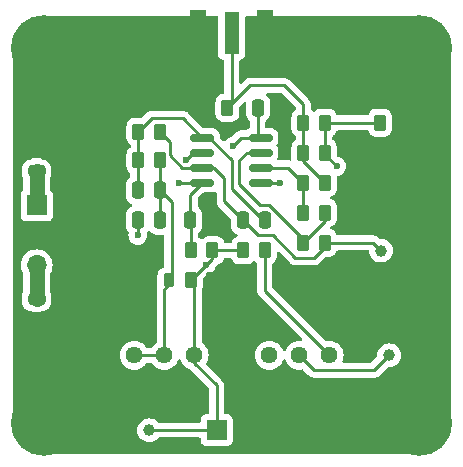
<source format=gbr>
%TF.GenerationSoftware,KiCad,Pcbnew,8.0.0*%
%TF.CreationDate,2024-06-21T14:03:25-04:00*%
%TF.ProjectId,GaN Gate Driver,47614e20-4761-4746-9520-447269766572,v1.0*%
%TF.SameCoordinates,Original*%
%TF.FileFunction,Copper,L1,Top*%
%TF.FilePolarity,Positive*%
%FSLAX46Y46*%
G04 Gerber Fmt 4.6, Leading zero omitted, Abs format (unit mm)*
G04 Created by KiCad (PCBNEW 8.0.0) date 2024-06-21 14:03:25*
%MOMM*%
%LPD*%
G01*
G04 APERTURE LIST*
G04 Aperture macros list*
%AMRoundRect*
0 Rectangle with rounded corners*
0 $1 Rounding radius*
0 $2 $3 $4 $5 $6 $7 $8 $9 X,Y pos of 4 corners*
0 Add a 4 corners polygon primitive as box body*
4,1,4,$2,$3,$4,$5,$6,$7,$8,$9,$2,$3,0*
0 Add four circle primitives for the rounded corners*
1,1,$1+$1,$2,$3*
1,1,$1+$1,$4,$5*
1,1,$1+$1,$6,$7*
1,1,$1+$1,$8,$9*
0 Add four rect primitives between the rounded corners*
20,1,$1+$1,$2,$3,$4,$5,0*
20,1,$1+$1,$4,$5,$6,$7,0*
20,1,$1+$1,$6,$7,$8,$9,0*
20,1,$1+$1,$8,$9,$2,$3,0*%
G04 Aperture macros list end*
%TA.AperFunction,SMDPad,CuDef*%
%ADD10RoundRect,0.250000X-0.262500X-0.450000X0.262500X-0.450000X0.262500X0.450000X-0.262500X0.450000X0*%
%TD*%
%TA.AperFunction,ComponentPad*%
%ADD11C,1.440000*%
%TD*%
%TA.AperFunction,ComponentPad*%
%ADD12R,1.700000X1.700000*%
%TD*%
%TA.AperFunction,ComponentPad*%
%ADD13O,1.700000X1.700000*%
%TD*%
%TA.AperFunction,SMDPad,CuDef*%
%ADD14RoundRect,0.250000X0.475000X-0.250000X0.475000X0.250000X-0.475000X0.250000X-0.475000X-0.250000X0*%
%TD*%
%TA.AperFunction,SMDPad,CuDef*%
%ADD15C,1.000000*%
%TD*%
%TA.AperFunction,SMDPad,CuDef*%
%ADD16RoundRect,0.250000X-0.250000X-0.475000X0.250000X-0.475000X0.250000X0.475000X-0.250000X0.475000X0*%
%TD*%
%TA.AperFunction,ComponentPad*%
%ADD17C,5.562600*%
%TD*%
%TA.AperFunction,SMDPad,CuDef*%
%ADD18R,1.270000X3.600000*%
%TD*%
%TA.AperFunction,SMDPad,CuDef*%
%ADD19R,1.350000X4.200000*%
%TD*%
%TA.AperFunction,SMDPad,CuDef*%
%ADD20RoundRect,0.150000X-0.825000X-0.150000X0.825000X-0.150000X0.825000X0.150000X-0.825000X0.150000X0*%
%TD*%
%TA.AperFunction,SMDPad,CuDef*%
%ADD21RoundRect,0.250000X0.262500X0.450000X-0.262500X0.450000X-0.262500X-0.450000X0.262500X-0.450000X0*%
%TD*%
%TA.AperFunction,SMDPad,CuDef*%
%ADD22RoundRect,0.250000X-0.475000X0.250000X-0.475000X-0.250000X0.475000X-0.250000X0.475000X0.250000X0*%
%TD*%
%TA.AperFunction,SMDPad,CuDef*%
%ADD23RoundRect,0.250000X0.250000X0.475000X-0.250000X0.475000X-0.250000X-0.475000X0.250000X-0.475000X0*%
%TD*%
%TA.AperFunction,SMDPad,CuDef*%
%ADD24RoundRect,0.225000X-0.225000X-0.375000X0.225000X-0.375000X0.225000X0.375000X-0.225000X0.375000X0*%
%TD*%
%TA.AperFunction,ViaPad*%
%ADD25C,0.600000*%
%TD*%
%TA.AperFunction,Conductor*%
%ADD26C,0.254000*%
%TD*%
%TA.AperFunction,Conductor*%
%ADD27C,1.270000*%
%TD*%
G04 APERTURE END LIST*
D10*
%TO.P,R10,1*%
%TO.N,Net-(J3-Pin_1)*%
X70842500Y-45720000D03*
%TO.P,R10,2*%
%TO.N,+5V*%
X72667500Y-45720000D03*
%TD*%
D11*
%TO.P,RV1,1,1*%
%TO.N,+5V*%
X78115000Y-54610000D03*
%TO.P,RV1,2,2*%
%TO.N,Net-(U1A--)*%
X75575000Y-54610000D03*
%TO.P,RV1,3,3*%
%TO.N,-5V*%
X73035000Y-54610000D03*
%TD*%
D12*
%TO.P,J2,1,Pin_1*%
%TO.N,+5V*%
X53340000Y-41910000D03*
D13*
%TO.P,J2,2,Pin_2*%
%TO.N,GND*%
X53340000Y-44450000D03*
%TO.P,J2,3,Pin_3*%
%TO.N,-5V*%
X53340000Y-46990000D03*
%TD*%
D14*
%TO.P,C5,1*%
%TO.N,GND*%
X53340000Y-51750000D03*
%TO.P,C5,2*%
%TO.N,-5V*%
X53340000Y-49850000D03*
%TD*%
D15*
%TO.P,TP1,1,1*%
%TO.N,Net-(U1A-+)*%
X82500000Y-45750000D03*
%TD*%
D16*
%TO.P,C6,1*%
%TO.N,+5V*%
X72075000Y-33655000D03*
%TO.P,C6,2*%
%TO.N,GND*%
X73975000Y-33655000D03*
%TD*%
D17*
%TO.P,H1,1,1*%
%TO.N,GND*%
X53975000Y-28575000D03*
%TD*%
D18*
%TO.P,J1,1,In*%
%TO.N,Net-(J1-In)*%
X69850000Y-27322500D03*
D19*
%TO.P,J1,2,Ext*%
%TO.N,GND*%
X72675000Y-27522500D03*
X67025000Y-27522500D03*
%TD*%
D10*
%TO.P,R6,1*%
%TO.N,Net-(U1B--)*%
X75922500Y-42545000D03*
%TO.P,R6,2*%
%TO.N,Net-(R6-Pad2)*%
X77747500Y-42545000D03*
%TD*%
D20*
%TO.P,U1,1*%
%TO.N,Net-(C1-Pad2)*%
X67375000Y-36195000D03*
%TO.P,U1,2,-*%
%TO.N,Net-(U1A--)*%
X67375000Y-37465000D03*
%TO.P,U1,3,+*%
%TO.N,Net-(U1A-+)*%
X67375000Y-38735000D03*
%TO.P,U1,4,V-*%
%TO.N,-5V*%
X67375000Y-40005000D03*
%TO.P,U1,5,+*%
%TO.N,Net-(U1B-+)*%
X72325000Y-40005000D03*
%TO.P,U1,6,-*%
%TO.N,Net-(U1B--)*%
X72325000Y-38735000D03*
%TO.P,U1,7*%
%TO.N,Net-(R6-Pad2)*%
X72325000Y-37465000D03*
%TO.P,U1,8,V+*%
%TO.N,+5V*%
X72325000Y-36195000D03*
%TD*%
D10*
%TO.P,R1,1*%
%TO.N,GND*%
X67667500Y-33655000D03*
%TO.P,R1,2*%
%TO.N,Net-(J1-In)*%
X69492500Y-33655000D03*
%TD*%
D21*
%TO.P,R4,1*%
%TO.N,Net-(J1-In)*%
X77747500Y-40005000D03*
%TO.P,R4,2*%
%TO.N,Net-(U1B--)*%
X75922500Y-40005000D03*
%TD*%
D22*
%TO.P,C4,1*%
%TO.N,GND*%
X53340000Y-37150000D03*
%TO.P,C4,2*%
%TO.N,+5V*%
X53340000Y-39050000D03*
%TD*%
D21*
%TO.P,R5,1*%
%TO.N,GND*%
X84248000Y-34925000D03*
%TO.P,R5,2*%
%TO.N,Net-(U1B-+)*%
X82423000Y-34925000D03*
%TD*%
D10*
%TO.P,R11,1*%
%TO.N,-5V*%
X66397500Y-45720000D03*
%TO.P,R11,2*%
%TO.N,Net-(J3-Pin_1)*%
X68222500Y-45720000D03*
%TD*%
D12*
%TO.P,J3,1,Pin_1*%
%TO.N,Net-(J3-Pin_1)*%
X68580000Y-60935000D03*
D13*
%TO.P,J3,2,Pin_2*%
%TO.N,GND*%
X71120000Y-60935000D03*
%TD*%
D17*
%TO.P,H4,1,1*%
%TO.N,GND*%
X85725000Y-60325000D03*
%TD*%
%TO.P,H2,1,1*%
%TO.N,GND*%
X85725000Y-28575000D03*
%TD*%
D16*
%TO.P,C7,2*%
%TO.N,GND*%
X68260000Y-43180000D03*
%TO.P,C7,1*%
%TO.N,-5V*%
X66360000Y-43180000D03*
%TD*%
D15*
%TO.P,TP2,1,1*%
%TO.N,Net-(U1A--)*%
X83185000Y-54610000D03*
%TD*%
D21*
%TO.P,R12,1*%
%TO.N,GND*%
X68222500Y-48260000D03*
%TO.P,R12,2*%
%TO.N,Net-(J3-Pin_1)*%
X66397500Y-48260000D03*
%TD*%
D16*
%TO.P,C2,1*%
%TO.N,Net-(C1-Pad2)*%
X61915000Y-40640000D03*
%TO.P,C2,2*%
%TO.N,Net-(D1-A)*%
X63815000Y-40640000D03*
%TD*%
D10*
%TO.P,R9,1*%
%TO.N,Net-(C1-Pad2)*%
X61952500Y-38100000D03*
%TO.P,R9,2*%
%TO.N,Net-(D1-A)*%
X63777500Y-38100000D03*
%TD*%
D11*
%TO.P,RV2,1,1*%
%TO.N,Net-(J3-Pin_1)*%
X66685000Y-54610000D03*
%TO.P,RV2,2,2*%
%TO.N,Net-(D1-A)*%
X64145000Y-54610000D03*
%TO.P,RV2,3,3*%
X61605000Y-54610000D03*
%TD*%
D10*
%TO.P,R3,1*%
%TO.N,Net-(J1-In)*%
X75922500Y-37465000D03*
%TO.P,R3,2*%
%TO.N,Net-(U1B-+)*%
X77747500Y-37465000D03*
%TD*%
D15*
%TO.P,TP3,1,1*%
%TO.N,Net-(J3-Pin_1)*%
X62865000Y-60960000D03*
%TD*%
D10*
%TO.P,R2,1*%
%TO.N,Net-(J1-In)*%
X75922500Y-34925000D03*
%TO.P,R2,2*%
%TO.N,Net-(U1B-+)*%
X77747500Y-34925000D03*
%TD*%
D21*
%TO.P,R8,1*%
%TO.N,Net-(U1A-+)*%
X63777500Y-35687000D03*
%TO.P,R8,2*%
%TO.N,Net-(C1-Pad2)*%
X61952500Y-35687000D03*
%TD*%
D23*
%TO.P,C3,1*%
%TO.N,Net-(D1-A)*%
X63815000Y-43180000D03*
%TO.P,C3,2*%
%TO.N,Net-(J3-Pin_1)*%
X61915000Y-43180000D03*
%TD*%
D16*
%TO.P,C1,1*%
%TO.N,Net-(U1A-+)*%
X70805000Y-43180000D03*
%TO.P,C1,2*%
%TO.N,Net-(C1-Pad2)*%
X72705000Y-43180000D03*
%TD*%
D24*
%TO.P,D1,1,K*%
%TO.N,GND*%
X61215000Y-48260000D03*
%TO.P,D1,2,A*%
%TO.N,Net-(D1-A)*%
X64515000Y-48260000D03*
%TD*%
D10*
%TO.P,R7,1*%
%TO.N,Net-(R6-Pad2)*%
X75922500Y-45085000D03*
%TO.P,R7,2*%
%TO.N,Net-(U1A-+)*%
X77747500Y-45085000D03*
%TD*%
D17*
%TO.P,H3,1,1*%
%TO.N,GND*%
X53975000Y-60325000D03*
%TD*%
D25*
%TO.N,GND*%
X80250000Y-38500000D03*
X80250000Y-43750000D03*
X80500000Y-41250000D03*
X68750000Y-31250000D03*
X71250000Y-30500000D03*
X76000000Y-28750000D03*
X64000000Y-28500000D03*
X60000000Y-28000000D03*
X74000000Y-59250000D03*
X62000000Y-59000000D03*
X87500000Y-53250000D03*
X84250000Y-48000000D03*
X52000000Y-36250000D03*
X52000000Y-53000000D03*
X54750000Y-36250000D03*
X54500000Y-53000000D03*
X70000000Y-54000000D03*
X77250000Y-61500000D03*
X57000000Y-54500000D03*
X82000000Y-53250000D03*
X81500000Y-37000000D03*
X84000000Y-39750000D03*
X87250000Y-34000000D03*
X79750000Y-29500000D03*
X76750000Y-31000000D03*
X66750000Y-31500000D03*
X61000000Y-31250000D03*
X56000000Y-34000000D03*
X59750000Y-46250000D03*
X60000000Y-38500000D03*
X55250000Y-42250000D03*
X56750000Y-40750000D03*
X58000000Y-39500000D03*
X74549000Y-52959000D03*
X74422000Y-48641000D03*
X67310000Y-41529000D03*
X68199000Y-41783000D03*
X69469000Y-43180000D03*
X69596000Y-44450000D03*
X67945000Y-34925000D03*
X70739000Y-35052000D03*
%TO.N,Net-(J3-Pin_1)*%
X61915000Y-44450000D03*
X67679250Y-46978250D03*
%TO.N,GND*%
X74295000Y-36830000D03*
X74295000Y-35560000D03*
X57150000Y-49530000D03*
X69850000Y-50165000D03*
%TO.N,-5V*%
X65405000Y-40005000D03*
%TO.N,+5V*%
X69969000Y-36901500D03*
%TO.N,Net-(U1B-+)*%
X78740000Y-38608000D03*
X73914000Y-40005000D03*
%TO.N,Net-(U1A--)*%
X65976500Y-38036500D03*
%TD*%
D26*
%TO.N,Net-(U1A-+)*%
X77747500Y-45085000D02*
X81835000Y-45085000D01*
X81835000Y-45085000D02*
X82500000Y-45750000D01*
%TO.N,Net-(C1-Pad2)*%
X61952500Y-35687000D02*
X61952500Y-38100000D01*
X65724000Y-34544000D02*
X67375000Y-36195000D01*
X61952500Y-35687000D02*
X63095500Y-34544000D01*
%TO.N,Net-(U1A-+)*%
X64617000Y-37693000D02*
X65659000Y-38735000D01*
X64617000Y-36526500D02*
X64617000Y-37693000D01*
X63777500Y-35687000D02*
X64617000Y-36526500D01*
X65659000Y-38735000D02*
X67375000Y-38735000D01*
%TO.N,Net-(C1-Pad2)*%
X63095500Y-34544000D02*
X65724000Y-34544000D01*
%TO.N,Net-(U1A-+)*%
X68349999Y-38735000D02*
X67375000Y-38735000D01*
X72075000Y-44450000D02*
X69215000Y-41590000D01*
X75247500Y-46355000D02*
X73342500Y-44450000D01*
X73342500Y-44450000D02*
X72075000Y-44450000D01*
X77747500Y-45442500D02*
X76835000Y-46355000D01*
X69215000Y-39600001D02*
X68349999Y-38735000D01*
X77747500Y-45085000D02*
X77747500Y-45442500D01*
X76835000Y-46355000D02*
X75247500Y-46355000D01*
X69215000Y-41590000D02*
X69215000Y-39600001D01*
%TO.N,Net-(J3-Pin_1)*%
X61915000Y-44450000D02*
X61915000Y-43180000D01*
X68222500Y-46435000D02*
X68222500Y-45720000D01*
X67679250Y-46978250D02*
X68222500Y-46435000D01*
X66685000Y-47972500D02*
X66685000Y-54610000D01*
X67679250Y-46978250D02*
X66685000Y-47972500D01*
%TO.N,Net-(C1-Pad2)*%
X67945000Y-36195000D02*
X67375000Y-36195000D01*
X69850000Y-40513000D02*
X69850000Y-38100000D01*
X72705000Y-43180000D02*
X72517000Y-43180000D01*
X72517000Y-43180000D02*
X69850000Y-40513000D01*
X69850000Y-38100000D02*
X67945000Y-36195000D01*
%TO.N,+5V*%
X72667500Y-49162500D02*
X72667500Y-45720000D01*
X78115000Y-54610000D02*
X72667500Y-49162500D01*
%TO.N,Net-(J3-Pin_1)*%
X70842500Y-45720000D02*
X68222500Y-45720000D01*
%TO.N,Net-(R6-Pad2)*%
X70485000Y-38100000D02*
X71120000Y-37465000D01*
X71120000Y-37465000D02*
X72325000Y-37465000D01*
X70485000Y-40117184D02*
X70485000Y-38100000D01*
X72277816Y-41910000D02*
X70485000Y-40117184D01*
X73025000Y-41910000D02*
X72277816Y-41910000D01*
X75922500Y-44807500D02*
X73025000Y-41910000D01*
X75922500Y-45085000D02*
X75922500Y-44807500D01*
%TO.N,-5V*%
X66397500Y-45720000D02*
X66397500Y-43217500D01*
X66397500Y-43217500D02*
X66360000Y-43180000D01*
X67375000Y-40005000D02*
X66360000Y-41020000D01*
X66360000Y-41020000D02*
X66360000Y-43180000D01*
%TO.N,Net-(D1-A)*%
X64770000Y-41595000D02*
X63815000Y-40640000D01*
X64770000Y-48005000D02*
X64770000Y-41595000D01*
X64515000Y-48260000D02*
X64770000Y-48005000D01*
%TO.N,Net-(U1A--)*%
X81915000Y-55880000D02*
X83185000Y-54610000D01*
X76845000Y-55880000D02*
X81915000Y-55880000D01*
X75575000Y-54610000D02*
X76845000Y-55880000D01*
%TO.N,+5V*%
X70675500Y-36195000D02*
X72325000Y-36195000D01*
X69969000Y-36901500D02*
X70675500Y-36195000D01*
%TO.N,Net-(D1-A)*%
X63815000Y-40640000D02*
X63815000Y-43180000D01*
%TO.N,Net-(J3-Pin_1)*%
X68580000Y-57150000D02*
X68580000Y-60935000D01*
X66685000Y-55255000D02*
X68580000Y-57150000D01*
X66685000Y-54610000D02*
X66685000Y-55255000D01*
%TO.N,-5V*%
X67375000Y-40005000D02*
X65405000Y-40005000D01*
%TO.N,Net-(U1B-+)*%
X73914000Y-40005000D02*
X72325000Y-40005000D01*
X77747500Y-37615500D02*
X78740000Y-38608000D01*
X77747500Y-37465000D02*
X77747500Y-37615500D01*
X77747500Y-34925000D02*
X77747500Y-37465000D01*
X82423000Y-34925000D02*
X77747500Y-34925000D01*
%TO.N,Net-(U1A--)*%
X66548000Y-37465000D02*
X65976500Y-38036500D01*
X67375000Y-37465000D02*
X66548000Y-37465000D01*
%TO.N,Net-(C1-Pad2)*%
X61952500Y-36115000D02*
X62126500Y-35941000D01*
D27*
%TO.N,+5V*%
X53340000Y-39050000D02*
X53340000Y-41910000D01*
%TO.N,-5V*%
X53340000Y-49850000D02*
X53340000Y-46990000D01*
D26*
%TO.N,+5V*%
X72075000Y-35945000D02*
X72325000Y-36195000D01*
X72075000Y-33655000D02*
X72075000Y-35945000D01*
%TO.N,Net-(D1-A)*%
X64515000Y-48640000D02*
X64145000Y-49010000D01*
X64145000Y-54610000D02*
X61605000Y-54610000D01*
X64145000Y-49010000D02*
X64145000Y-54610000D01*
X63777500Y-38100000D02*
X63777500Y-40602500D01*
X64515000Y-48260000D02*
X64515000Y-48640000D01*
X63777500Y-40602500D02*
X63815000Y-40640000D01*
%TO.N,Net-(C1-Pad2)*%
X61915000Y-40640000D02*
X61915000Y-38137500D01*
X61915000Y-38137500D02*
X61952500Y-38100000D01*
%TO.N,Net-(J1-In)*%
X75922500Y-33377500D02*
X74295000Y-31750000D01*
X74295000Y-31750000D02*
X71397500Y-31750000D01*
X69850000Y-33297500D02*
X69492500Y-33655000D01*
X75922500Y-34925000D02*
X75922500Y-37465000D01*
X75922500Y-38180000D02*
X77747500Y-40005000D01*
X75922500Y-33377500D02*
X75922500Y-34925000D01*
X69850000Y-27322500D02*
X69850000Y-33297500D01*
X75922500Y-37465000D02*
X75922500Y-38180000D01*
X71397500Y-31750000D02*
X69492500Y-33655000D01*
%TO.N,Net-(U1B--)*%
X75922500Y-40005000D02*
X74652500Y-38735000D01*
X75922500Y-42545000D02*
X75922500Y-40005000D01*
X74652500Y-38735000D02*
X72325000Y-38735000D01*
%TO.N,Net-(R6-Pad2)*%
X77747500Y-42545000D02*
X77747500Y-43260000D01*
X77747500Y-43260000D02*
X75922500Y-45085000D01*
%TO.N,Net-(J3-Pin_1)*%
X68580000Y-60935000D02*
X62890000Y-60935000D01*
X62890000Y-60935000D02*
X62865000Y-60960000D01*
%TD*%
%TA.AperFunction,Conductor*%
%TO.N,GND*%
G36*
X68657539Y-25920185D02*
G01*
X68703294Y-25972989D01*
X68714500Y-26024500D01*
X68714500Y-29170370D01*
X68714501Y-29170376D01*
X68720908Y-29229983D01*
X68771202Y-29364828D01*
X68771206Y-29364835D01*
X68857452Y-29480044D01*
X68857455Y-29480047D01*
X68972664Y-29566293D01*
X68972671Y-29566297D01*
X69107517Y-29616591D01*
X69107516Y-29616591D01*
X69111756Y-29617047D01*
X69114823Y-29618317D01*
X69115062Y-29618374D01*
X69115052Y-29618412D01*
X69176307Y-29643785D01*
X69216155Y-29701178D01*
X69222500Y-29740336D01*
X69222500Y-32338180D01*
X69202815Y-32405219D01*
X69150011Y-32450974D01*
X69111102Y-32461538D01*
X69077202Y-32465001D01*
X69077200Y-32465001D01*
X68910668Y-32520185D01*
X68910663Y-32520187D01*
X68761342Y-32612289D01*
X68637289Y-32736342D01*
X68545187Y-32885663D01*
X68545186Y-32885666D01*
X68490001Y-33052203D01*
X68490001Y-33052204D01*
X68490000Y-33052204D01*
X68479500Y-33154983D01*
X68479500Y-34155001D01*
X68479501Y-34155019D01*
X68490000Y-34257796D01*
X68490001Y-34257799D01*
X68545185Y-34424331D01*
X68545187Y-34424336D01*
X68560604Y-34449331D01*
X68637288Y-34573656D01*
X68761344Y-34697712D01*
X68910666Y-34789814D01*
X69077203Y-34844999D01*
X69179991Y-34855500D01*
X69805008Y-34855499D01*
X69805016Y-34855498D01*
X69805019Y-34855498D01*
X69877019Y-34848143D01*
X69907797Y-34844999D01*
X70074334Y-34789814D01*
X70223656Y-34697712D01*
X70347712Y-34573656D01*
X70439814Y-34424334D01*
X70494999Y-34257797D01*
X70505500Y-34155009D01*
X70505499Y-33580779D01*
X70525183Y-33513741D01*
X70541813Y-33493104D01*
X70862821Y-33172096D01*
X70924142Y-33138613D01*
X70993834Y-33143597D01*
X71049767Y-33185469D01*
X71074184Y-33250933D01*
X71074500Y-33259779D01*
X71074500Y-34180001D01*
X71074501Y-34180019D01*
X71085000Y-34282796D01*
X71085001Y-34282799D01*
X71132120Y-34424992D01*
X71140186Y-34449334D01*
X71232288Y-34598656D01*
X71356344Y-34722712D01*
X71388597Y-34742606D01*
X71435321Y-34794551D01*
X71447500Y-34848143D01*
X71447500Y-35289753D01*
X71427815Y-35356792D01*
X71375011Y-35402547D01*
X71358096Y-35408829D01*
X71239604Y-35443254D01*
X71239603Y-35443255D01*
X71098137Y-35526917D01*
X71098129Y-35526923D01*
X71093872Y-35531181D01*
X71032549Y-35564666D01*
X71006191Y-35567500D01*
X70613692Y-35567500D01*
X70492472Y-35591612D01*
X70492464Y-35591614D01*
X70411715Y-35625062D01*
X70378271Y-35638915D01*
X70378266Y-35638917D01*
X70372976Y-35642452D01*
X70365021Y-35647768D01*
X70329401Y-35671568D01*
X70275489Y-35707590D01*
X69907432Y-36075647D01*
X69846109Y-36109132D01*
X69833637Y-36111186D01*
X69789745Y-36116132D01*
X69619478Y-36175710D01*
X69466737Y-36271684D01*
X69339184Y-36399237D01*
X69339182Y-36399240D01*
X69305170Y-36453369D01*
X69252835Y-36499660D01*
X69183781Y-36510307D01*
X69119933Y-36481931D01*
X69112496Y-36475077D01*
X68886819Y-36249400D01*
X68853334Y-36188077D01*
X68850500Y-36161719D01*
X68850500Y-35979313D01*
X68850499Y-35979298D01*
X68849587Y-35967712D01*
X68847598Y-35942431D01*
X68801744Y-35784602D01*
X68718081Y-35643135D01*
X68718079Y-35643133D01*
X68718076Y-35643129D01*
X68601870Y-35526923D01*
X68601862Y-35526917D01*
X68460396Y-35443255D01*
X68460393Y-35443254D01*
X68302573Y-35397402D01*
X68302567Y-35397401D01*
X68265701Y-35394500D01*
X68265694Y-35394500D01*
X67513281Y-35394500D01*
X67446242Y-35374815D01*
X67425600Y-35358181D01*
X66124011Y-34056592D01*
X66124008Y-34056589D01*
X66121642Y-34055008D01*
X66048808Y-34006342D01*
X66021238Y-33987920D01*
X66021226Y-33987913D01*
X65987785Y-33974062D01*
X65907035Y-33940614D01*
X65907027Y-33940612D01*
X65785807Y-33916500D01*
X65785803Y-33916500D01*
X63033697Y-33916500D01*
X63033695Y-33916500D01*
X62912470Y-33940613D01*
X62912460Y-33940616D01*
X62798269Y-33987915D01*
X62697857Y-34055008D01*
X62695492Y-34056589D01*
X62695490Y-34056591D01*
X62695488Y-34056592D01*
X62301898Y-34450181D01*
X62240575Y-34483666D01*
X62214217Y-34486500D01*
X61639998Y-34486500D01*
X61639980Y-34486501D01*
X61537203Y-34497000D01*
X61537200Y-34497001D01*
X61370668Y-34552185D01*
X61370663Y-34552187D01*
X61221342Y-34644289D01*
X61097289Y-34768342D01*
X61005187Y-34917663D01*
X61005186Y-34917666D01*
X60950001Y-35084203D01*
X60950001Y-35084204D01*
X60950000Y-35084204D01*
X60939500Y-35186983D01*
X60939500Y-36187001D01*
X60939501Y-36187019D01*
X60950000Y-36289796D01*
X60950001Y-36289799D01*
X61005185Y-36456331D01*
X61005187Y-36456336D01*
X61038477Y-36510307D01*
X61097288Y-36605656D01*
X61221344Y-36729712D01*
X61266098Y-36757316D01*
X61312821Y-36809261D01*
X61325000Y-36862853D01*
X61325000Y-36924145D01*
X61305315Y-36991184D01*
X61266098Y-37029683D01*
X61221344Y-37057287D01*
X61097289Y-37181342D01*
X61005187Y-37330663D01*
X61005185Y-37330668D01*
X61000137Y-37345902D01*
X60950001Y-37497203D01*
X60950001Y-37497204D01*
X60950000Y-37497204D01*
X60939500Y-37599983D01*
X60939500Y-38600001D01*
X60939501Y-38600019D01*
X60950000Y-38702796D01*
X60950001Y-38702799D01*
X60983702Y-38804500D01*
X61005186Y-38869334D01*
X61097288Y-39018656D01*
X61221344Y-39142712D01*
X61228597Y-39147186D01*
X61275320Y-39199129D01*
X61287500Y-39252723D01*
X61287500Y-39446855D01*
X61267815Y-39513894D01*
X61228598Y-39552393D01*
X61196344Y-39572287D01*
X61072289Y-39696342D01*
X60980187Y-39845663D01*
X60980186Y-39845666D01*
X60925001Y-40012203D01*
X60925001Y-40012204D01*
X60925000Y-40012204D01*
X60914500Y-40114983D01*
X60914500Y-41165001D01*
X60914501Y-41165019D01*
X60925000Y-41267796D01*
X60925001Y-41267799D01*
X60958584Y-41369145D01*
X60980186Y-41434334D01*
X61072288Y-41583656D01*
X61196344Y-41707712D01*
X61345666Y-41799814D01*
X61345667Y-41799814D01*
X61351813Y-41803605D01*
X61350386Y-41805917D01*
X61393405Y-41843805D01*
X61412547Y-41911002D01*
X61392321Y-41977880D01*
X61350440Y-42014170D01*
X61351813Y-42016395D01*
X61345667Y-42020185D01*
X61345666Y-42020186D01*
X61286354Y-42056770D01*
X61196342Y-42112289D01*
X61072289Y-42236342D01*
X60980187Y-42385663D01*
X60980186Y-42385666D01*
X60925001Y-42552203D01*
X60925001Y-42552204D01*
X60925000Y-42552204D01*
X60914500Y-42654983D01*
X60914500Y-43705001D01*
X60914501Y-43705019D01*
X60925000Y-43807796D01*
X60925001Y-43807799D01*
X60976294Y-43962589D01*
X60980186Y-43974334D01*
X61068902Y-44118167D01*
X61072289Y-44123657D01*
X61097848Y-44149216D01*
X61131333Y-44210539D01*
X61131061Y-44264477D01*
X61129631Y-44270742D01*
X61109435Y-44449996D01*
X61109435Y-44450003D01*
X61129630Y-44629249D01*
X61129631Y-44629254D01*
X61189211Y-44799523D01*
X61250622Y-44897257D01*
X61285184Y-44952262D01*
X61412738Y-45079816D01*
X61565478Y-45175789D01*
X61735745Y-45235368D01*
X61735750Y-45235369D01*
X61914996Y-45255565D01*
X61915000Y-45255565D01*
X61915004Y-45255565D01*
X62094249Y-45235369D01*
X62094252Y-45235368D01*
X62094255Y-45235368D01*
X62264522Y-45175789D01*
X62417262Y-45079816D01*
X62544816Y-44952262D01*
X62640789Y-44799522D01*
X62700368Y-44629255D01*
X62702404Y-44611184D01*
X62720565Y-44450003D01*
X62720565Y-44449996D01*
X62700370Y-44270757D01*
X62700368Y-44270751D01*
X62700368Y-44270745D01*
X62700365Y-44270738D01*
X62698942Y-44264503D01*
X62703209Y-44194763D01*
X62732149Y-44149217D01*
X62757712Y-44123656D01*
X62759461Y-44120819D01*
X62761170Y-44119282D01*
X62762190Y-44117993D01*
X62762410Y-44118167D01*
X62811406Y-44074096D01*
X62880368Y-44062872D01*
X62944451Y-44090713D01*
X62970537Y-44120817D01*
X62972288Y-44123656D01*
X63096344Y-44247712D01*
X63245666Y-44339814D01*
X63412203Y-44394999D01*
X63514991Y-44405500D01*
X64018500Y-44405499D01*
X64085539Y-44425183D01*
X64131294Y-44477987D01*
X64142500Y-44529499D01*
X64142500Y-47080040D01*
X64122815Y-47147079D01*
X64070011Y-47192834D01*
X64057505Y-47197746D01*
X63981303Y-47222997D01*
X63981294Y-47223001D01*
X63836959Y-47312029D01*
X63836955Y-47312032D01*
X63717032Y-47431955D01*
X63717029Y-47431959D01*
X63628001Y-47576294D01*
X63627996Y-47576305D01*
X63574651Y-47737290D01*
X63564500Y-47836647D01*
X63564500Y-48683337D01*
X63564501Y-48683355D01*
X63568561Y-48723092D01*
X63559765Y-48783144D01*
X63541614Y-48826965D01*
X63541613Y-48826968D01*
X63541613Y-48826969D01*
X63541612Y-48826970D01*
X63524065Y-48915183D01*
X63524066Y-48915184D01*
X63517500Y-48948196D01*
X63517500Y-53494874D01*
X63497815Y-53561913D01*
X63464623Y-53596449D01*
X63357479Y-53671471D01*
X63206472Y-53822478D01*
X63131450Y-53929623D01*
X63076874Y-53973248D01*
X63029875Y-53982500D01*
X62720125Y-53982500D01*
X62653086Y-53962815D01*
X62618550Y-53929623D01*
X62543527Y-53822478D01*
X62392521Y-53671472D01*
X62236053Y-53561913D01*
X62217581Y-53548979D01*
X62217580Y-53548978D01*
X62217578Y-53548977D01*
X62217579Y-53548977D01*
X62088547Y-53488809D01*
X62024030Y-53458724D01*
X62024026Y-53458723D01*
X62024022Y-53458721D01*
X61817752Y-53403452D01*
X61817748Y-53403451D01*
X61817747Y-53403451D01*
X61817746Y-53403450D01*
X61817741Y-53403450D01*
X61605002Y-53384838D01*
X61604998Y-53384838D01*
X61392258Y-53403450D01*
X61392247Y-53403452D01*
X61185977Y-53458721D01*
X61185968Y-53458725D01*
X60992421Y-53548977D01*
X60817478Y-53671472D01*
X60666472Y-53822478D01*
X60543977Y-53997421D01*
X60453725Y-54190968D01*
X60453721Y-54190977D01*
X60398452Y-54397247D01*
X60398450Y-54397258D01*
X60379838Y-54609998D01*
X60379838Y-54610001D01*
X60398450Y-54822741D01*
X60398452Y-54822752D01*
X60453721Y-55029022D01*
X60453723Y-55029026D01*
X60453724Y-55029030D01*
X60475671Y-55076095D01*
X60543977Y-55222578D01*
X60666472Y-55397521D01*
X60817478Y-55548527D01*
X60817481Y-55548529D01*
X60992419Y-55671021D01*
X60992421Y-55671022D01*
X60992420Y-55671022D01*
X61056936Y-55701106D01*
X61185970Y-55761276D01*
X61185976Y-55761277D01*
X61185977Y-55761278D01*
X61235627Y-55774581D01*
X61392253Y-55816549D01*
X61544215Y-55829844D01*
X61604998Y-55835162D01*
X61605000Y-55835162D01*
X61605002Y-55835162D01*
X61658186Y-55830508D01*
X61817747Y-55816549D01*
X62024030Y-55761276D01*
X62217581Y-55671021D01*
X62392519Y-55548529D01*
X62543529Y-55397519D01*
X62618550Y-55290376D01*
X62673126Y-55246752D01*
X62720125Y-55237500D01*
X63029875Y-55237500D01*
X63096914Y-55257185D01*
X63131450Y-55290377D01*
X63206472Y-55397521D01*
X63357478Y-55548527D01*
X63357481Y-55548529D01*
X63532419Y-55671021D01*
X63532421Y-55671022D01*
X63532420Y-55671022D01*
X63596936Y-55701106D01*
X63725970Y-55761276D01*
X63725976Y-55761277D01*
X63725977Y-55761278D01*
X63775627Y-55774581D01*
X63932253Y-55816549D01*
X64084215Y-55829844D01*
X64144998Y-55835162D01*
X64145000Y-55835162D01*
X64145002Y-55835162D01*
X64198186Y-55830508D01*
X64357747Y-55816549D01*
X64564030Y-55761276D01*
X64757581Y-55671021D01*
X64932519Y-55548529D01*
X65083529Y-55397519D01*
X65206021Y-55222581D01*
X65296276Y-55029030D01*
X65296280Y-55029013D01*
X65298130Y-55023936D01*
X65300253Y-55024709D01*
X65331576Y-54973305D01*
X65394419Y-54942766D01*
X65463796Y-54951050D01*
X65517680Y-54995528D01*
X65530827Y-55024315D01*
X65531870Y-55023936D01*
X65533722Y-55029022D01*
X65533724Y-55029030D01*
X65555671Y-55076095D01*
X65623977Y-55222578D01*
X65746472Y-55397521D01*
X65897478Y-55548527D01*
X65897481Y-55548529D01*
X66072419Y-55671021D01*
X66072421Y-55671022D01*
X66072420Y-55671022D01*
X66265966Y-55761274D01*
X66265970Y-55761276D01*
X66269906Y-55762330D01*
X66285630Y-55766544D01*
X66341219Y-55798638D01*
X67916181Y-57373600D01*
X67949666Y-57434923D01*
X67952500Y-57461281D01*
X67952500Y-59460500D01*
X67932815Y-59527539D01*
X67880011Y-59573294D01*
X67828501Y-59584500D01*
X67682130Y-59584500D01*
X67682123Y-59584501D01*
X67622516Y-59590908D01*
X67487671Y-59641202D01*
X67487664Y-59641206D01*
X67372455Y-59727452D01*
X67372452Y-59727455D01*
X67286206Y-59842664D01*
X67286202Y-59842671D01*
X67235908Y-59977517D01*
X67229501Y-60037116D01*
X67229501Y-60037123D01*
X67229500Y-60037135D01*
X67229500Y-60183500D01*
X67209815Y-60250539D01*
X67157011Y-60296294D01*
X67105500Y-60307500D01*
X63682445Y-60307500D01*
X63615406Y-60287815D01*
X63586592Y-60262165D01*
X63575883Y-60249116D01*
X63423539Y-60124090D01*
X63423532Y-60124086D01*
X63249733Y-60031188D01*
X63249727Y-60031186D01*
X63061132Y-59973976D01*
X63061129Y-59973975D01*
X62865000Y-59954659D01*
X62668870Y-59973975D01*
X62480266Y-60031188D01*
X62306467Y-60124086D01*
X62306460Y-60124090D01*
X62154116Y-60249116D01*
X62029090Y-60401460D01*
X62029086Y-60401467D01*
X61936188Y-60575266D01*
X61878975Y-60763870D01*
X61859659Y-60960000D01*
X61878975Y-61156129D01*
X61936188Y-61344733D01*
X62029086Y-61518532D01*
X62029090Y-61518539D01*
X62154116Y-61670883D01*
X62306460Y-61795909D01*
X62306467Y-61795913D01*
X62480266Y-61888811D01*
X62480269Y-61888811D01*
X62480273Y-61888814D01*
X62668868Y-61946024D01*
X62865000Y-61965341D01*
X63061132Y-61946024D01*
X63249727Y-61888814D01*
X63423538Y-61795910D01*
X63575883Y-61670883D01*
X63605341Y-61634989D01*
X63627626Y-61607835D01*
X63685372Y-61568501D01*
X63723479Y-61562500D01*
X67105501Y-61562500D01*
X67172540Y-61582185D01*
X67218295Y-61634989D01*
X67229501Y-61686500D01*
X67229501Y-61832876D01*
X67235908Y-61892483D01*
X67286202Y-62027328D01*
X67286206Y-62027335D01*
X67372452Y-62142544D01*
X67372455Y-62142547D01*
X67487664Y-62228793D01*
X67487671Y-62228797D01*
X67622517Y-62279091D01*
X67622516Y-62279091D01*
X67629444Y-62279835D01*
X67682127Y-62285500D01*
X69477872Y-62285499D01*
X69537483Y-62279091D01*
X69672331Y-62228796D01*
X69787546Y-62142546D01*
X69873796Y-62027331D01*
X69924091Y-61892483D01*
X69930500Y-61832873D01*
X69930499Y-60037128D01*
X69924091Y-59977517D01*
X69922770Y-59973976D01*
X69873797Y-59842671D01*
X69873793Y-59842664D01*
X69787547Y-59727455D01*
X69787544Y-59727452D01*
X69672335Y-59641206D01*
X69672328Y-59641202D01*
X69537482Y-59590908D01*
X69537483Y-59590908D01*
X69477883Y-59584501D01*
X69477881Y-59584500D01*
X69477873Y-59584500D01*
X69477865Y-59584500D01*
X69331500Y-59584500D01*
X69264461Y-59564815D01*
X69218706Y-59512011D01*
X69207500Y-59460500D01*
X69207500Y-57088196D01*
X69207499Y-57088192D01*
X69183387Y-56966973D01*
X69183386Y-56966966D01*
X69138407Y-56858379D01*
X69136763Y-56853784D01*
X69067414Y-56749996D01*
X69067413Y-56749994D01*
X69067411Y-56749992D01*
X68980008Y-56662589D01*
X67734747Y-55417328D01*
X67701262Y-55356005D01*
X67706246Y-55286313D01*
X67720851Y-55258526D01*
X67746021Y-55222581D01*
X67836276Y-55029030D01*
X67891549Y-54822747D01*
X67910162Y-54610000D01*
X67891549Y-54397253D01*
X67836276Y-54190970D01*
X67746021Y-53997419D01*
X67623529Y-53822481D01*
X67623527Y-53822478D01*
X67472520Y-53671471D01*
X67365377Y-53596449D01*
X67321752Y-53541872D01*
X67312500Y-53494874D01*
X67312500Y-49116888D01*
X67330962Y-49051790D01*
X67344814Y-49029334D01*
X67399999Y-48862797D01*
X67410500Y-48760009D01*
X67410499Y-48185779D01*
X67430183Y-48118741D01*
X67446813Y-48098104D01*
X67740817Y-47804100D01*
X67802138Y-47770617D01*
X67814595Y-47768565D01*
X67858505Y-47763618D01*
X68028772Y-47704039D01*
X68181512Y-47608066D01*
X68309066Y-47480512D01*
X68405039Y-47327772D01*
X68464618Y-47157505D01*
X68469563Y-47113611D01*
X68496628Y-47049201D01*
X68505092Y-47039825D01*
X68612713Y-46932204D01*
X68661385Y-46902182D01*
X68804334Y-46854814D01*
X68953656Y-46762712D01*
X69077712Y-46638656D01*
X69169814Y-46489334D01*
X69188648Y-46432495D01*
X69228421Y-46375051D01*
X69292937Y-46348228D01*
X69306354Y-46347500D01*
X69758646Y-46347500D01*
X69825685Y-46367185D01*
X69871440Y-46419989D01*
X69876350Y-46432492D01*
X69895186Y-46489334D01*
X69987288Y-46638656D01*
X70111344Y-46762712D01*
X70260666Y-46854814D01*
X70427203Y-46909999D01*
X70529991Y-46920500D01*
X71155008Y-46920499D01*
X71155016Y-46920498D01*
X71155019Y-46920498D01*
X71211302Y-46914748D01*
X71257797Y-46909999D01*
X71424334Y-46854814D01*
X71573656Y-46762712D01*
X71667319Y-46669049D01*
X71728642Y-46635564D01*
X71798334Y-46640548D01*
X71842681Y-46669049D01*
X71936344Y-46762712D01*
X71981098Y-46790316D01*
X72027821Y-46842261D01*
X72040000Y-46895853D01*
X72040000Y-49224307D01*
X72064112Y-49345527D01*
X72064114Y-49345535D01*
X72090820Y-49410008D01*
X72111415Y-49459730D01*
X72136592Y-49497409D01*
X72136592Y-49497410D01*
X72180090Y-49562510D01*
X72180093Y-49562513D01*
X75802496Y-53184915D01*
X75835981Y-53246238D01*
X75830997Y-53315930D01*
X75789125Y-53371863D01*
X75723661Y-53396280D01*
X75704008Y-53396124D01*
X75575002Y-53384838D01*
X75574998Y-53384838D01*
X75362258Y-53403450D01*
X75362247Y-53403452D01*
X75155977Y-53458721D01*
X75155968Y-53458725D01*
X74962421Y-53548977D01*
X74787478Y-53671472D01*
X74636472Y-53822478D01*
X74513977Y-53997421D01*
X74423725Y-54190968D01*
X74421870Y-54196064D01*
X74419749Y-54195292D01*
X74388406Y-54246710D01*
X74325558Y-54277237D01*
X74256183Y-54268939D01*
X74202307Y-54224452D01*
X74189169Y-54195685D01*
X74188130Y-54196064D01*
X74186279Y-54190983D01*
X74186276Y-54190970D01*
X74096021Y-53997419D01*
X73973529Y-53822481D01*
X73973527Y-53822478D01*
X73822521Y-53671472D01*
X73666053Y-53561913D01*
X73647581Y-53548979D01*
X73647580Y-53548978D01*
X73647578Y-53548977D01*
X73647579Y-53548977D01*
X73518547Y-53488809D01*
X73454030Y-53458724D01*
X73454026Y-53458723D01*
X73454022Y-53458721D01*
X73247752Y-53403452D01*
X73247748Y-53403451D01*
X73247747Y-53403451D01*
X73247746Y-53403450D01*
X73247741Y-53403450D01*
X73035002Y-53384838D01*
X73034998Y-53384838D01*
X72822258Y-53403450D01*
X72822247Y-53403452D01*
X72615977Y-53458721D01*
X72615968Y-53458725D01*
X72422421Y-53548977D01*
X72247478Y-53671472D01*
X72096472Y-53822478D01*
X71973977Y-53997421D01*
X71883725Y-54190968D01*
X71883721Y-54190977D01*
X71828452Y-54397247D01*
X71828450Y-54397258D01*
X71809838Y-54609998D01*
X71809838Y-54610001D01*
X71828450Y-54822741D01*
X71828452Y-54822752D01*
X71883721Y-55029022D01*
X71883723Y-55029026D01*
X71883724Y-55029030D01*
X71905671Y-55076095D01*
X71973977Y-55222578D01*
X72096472Y-55397521D01*
X72247478Y-55548527D01*
X72247481Y-55548529D01*
X72422419Y-55671021D01*
X72422421Y-55671022D01*
X72422420Y-55671022D01*
X72486936Y-55701106D01*
X72615970Y-55761276D01*
X72615976Y-55761277D01*
X72615977Y-55761278D01*
X72665627Y-55774581D01*
X72822253Y-55816549D01*
X72974215Y-55829844D01*
X73034998Y-55835162D01*
X73035000Y-55835162D01*
X73035002Y-55835162D01*
X73088186Y-55830508D01*
X73247747Y-55816549D01*
X73454030Y-55761276D01*
X73647581Y-55671021D01*
X73822519Y-55548529D01*
X73973529Y-55397519D01*
X74096021Y-55222581D01*
X74186276Y-55029030D01*
X74186280Y-55029013D01*
X74188130Y-55023936D01*
X74190253Y-55024709D01*
X74221576Y-54973305D01*
X74284419Y-54942766D01*
X74353796Y-54951050D01*
X74407680Y-54995528D01*
X74420827Y-55024315D01*
X74421870Y-55023936D01*
X74423722Y-55029022D01*
X74423724Y-55029030D01*
X74445671Y-55076095D01*
X74513977Y-55222578D01*
X74636472Y-55397521D01*
X74787478Y-55548527D01*
X74787481Y-55548529D01*
X74962419Y-55671021D01*
X74962421Y-55671022D01*
X74962420Y-55671022D01*
X75026936Y-55701106D01*
X75155970Y-55761276D01*
X75155976Y-55761277D01*
X75155977Y-55761278D01*
X75205627Y-55774581D01*
X75362253Y-55816549D01*
X75514215Y-55829844D01*
X75574998Y-55835162D01*
X75575000Y-55835162D01*
X75575002Y-55835162D01*
X75604488Y-55832582D01*
X75787747Y-55816549D01*
X75787755Y-55816547D01*
X75791411Y-55815567D01*
X75802491Y-55812598D01*
X75872341Y-55814257D01*
X75922271Y-55844690D01*
X76357589Y-56280008D01*
X76444992Y-56367411D01*
X76444993Y-56367412D01*
X76547760Y-56436079D01*
X76547773Y-56436086D01*
X76661960Y-56483383D01*
X76661965Y-56483385D01*
X76661969Y-56483385D01*
X76661970Y-56483386D01*
X76783194Y-56507500D01*
X76783197Y-56507500D01*
X81976804Y-56507500D01*
X81976805Y-56507499D01*
X82098035Y-56483386D01*
X82178784Y-56449937D01*
X82212233Y-56436083D01*
X82315008Y-56367411D01*
X82402411Y-56280008D01*
X83036181Y-55646236D01*
X83097502Y-55612753D01*
X83136012Y-55610516D01*
X83185000Y-55615341D01*
X83381132Y-55596024D01*
X83569727Y-55538814D01*
X83743538Y-55445910D01*
X83895883Y-55320883D01*
X84020910Y-55168538D01*
X84097999Y-55024315D01*
X84113811Y-54994733D01*
X84113811Y-54994732D01*
X84113814Y-54994727D01*
X84171024Y-54806132D01*
X84190341Y-54610000D01*
X84171024Y-54413868D01*
X84113814Y-54225273D01*
X84113811Y-54225269D01*
X84113811Y-54225266D01*
X84020913Y-54051467D01*
X84020909Y-54051460D01*
X83895883Y-53899116D01*
X83743539Y-53774090D01*
X83743532Y-53774086D01*
X83569733Y-53681188D01*
X83569727Y-53681186D01*
X83381132Y-53623976D01*
X83381129Y-53623975D01*
X83185000Y-53604659D01*
X82988870Y-53623975D01*
X82800266Y-53681188D01*
X82626467Y-53774086D01*
X82626460Y-53774090D01*
X82474116Y-53899116D01*
X82349090Y-54051460D01*
X82349086Y-54051467D01*
X82256188Y-54225266D01*
X82198975Y-54413870D01*
X82179659Y-54610000D01*
X82184483Y-54658984D01*
X82171464Y-54727630D01*
X82148761Y-54758818D01*
X81691400Y-55216181D01*
X81630077Y-55249666D01*
X81603719Y-55252500D01*
X79356711Y-55252500D01*
X79289672Y-55232815D01*
X79243917Y-55180011D01*
X79233973Y-55110853D01*
X79244329Y-55076095D01*
X79266276Y-55029030D01*
X79321549Y-54822747D01*
X79340162Y-54610000D01*
X79321549Y-54397253D01*
X79266276Y-54190970D01*
X79176021Y-53997419D01*
X79053529Y-53822481D01*
X79053527Y-53822478D01*
X78902521Y-53671472D01*
X78746053Y-53561913D01*
X78727581Y-53548979D01*
X78727580Y-53548978D01*
X78727578Y-53548977D01*
X78727579Y-53548977D01*
X78598547Y-53488809D01*
X78534030Y-53458724D01*
X78534026Y-53458723D01*
X78534022Y-53458721D01*
X78327752Y-53403452D01*
X78327748Y-53403451D01*
X78327747Y-53403451D01*
X78327746Y-53403450D01*
X78327741Y-53403450D01*
X78115002Y-53384838D01*
X78114998Y-53384838D01*
X77902258Y-53403450D01*
X77902248Y-53403452D01*
X77887499Y-53407404D01*
X77817649Y-53405739D01*
X77767728Y-53375309D01*
X73331319Y-48938900D01*
X73297834Y-48877577D01*
X73295000Y-48851219D01*
X73295000Y-46895853D01*
X73314685Y-46828814D01*
X73353901Y-46790316D01*
X73398656Y-46762712D01*
X73522712Y-46638656D01*
X73614814Y-46489334D01*
X73669999Y-46322797D01*
X73680500Y-46220009D01*
X73680499Y-45974778D01*
X73700183Y-45907741D01*
X73752987Y-45861986D01*
X73822146Y-45852042D01*
X73885701Y-45881067D01*
X73892180Y-45887099D01*
X74760089Y-46755008D01*
X74831728Y-46826647D01*
X74847494Y-46842413D01*
X74847496Y-46842414D01*
X74950256Y-46911076D01*
X74950258Y-46911077D01*
X74950267Y-46911083D01*
X74973000Y-46920499D01*
X74997571Y-46930677D01*
X75039754Y-46948149D01*
X75064466Y-46958386D01*
X75155935Y-46976580D01*
X75185692Y-46982499D01*
X75185696Y-46982500D01*
X75185697Y-46982500D01*
X76896804Y-46982500D01*
X76896805Y-46982499D01*
X77018035Y-46958386D01*
X77098784Y-46924937D01*
X77132233Y-46911083D01*
X77235008Y-46842411D01*
X77322411Y-46755008D01*
X77755600Y-46321817D01*
X77816923Y-46288333D01*
X77843281Y-46285499D01*
X78060002Y-46285499D01*
X78060008Y-46285499D01*
X78162797Y-46274999D01*
X78329334Y-46219814D01*
X78478656Y-46127712D01*
X78602712Y-46003656D01*
X78694814Y-45854334D01*
X78713648Y-45797495D01*
X78753421Y-45740051D01*
X78817937Y-45713228D01*
X78831354Y-45712500D01*
X81378578Y-45712500D01*
X81445617Y-45732185D01*
X81491372Y-45784989D01*
X81501981Y-45824346D01*
X81513975Y-45946129D01*
X81513976Y-45946132D01*
X81569057Y-46127710D01*
X81571188Y-46134733D01*
X81664086Y-46308532D01*
X81664090Y-46308539D01*
X81789116Y-46460883D01*
X81941460Y-46585909D01*
X81941467Y-46585913D01*
X82115266Y-46678811D01*
X82115269Y-46678811D01*
X82115273Y-46678814D01*
X82303868Y-46736024D01*
X82500000Y-46755341D01*
X82696132Y-46736024D01*
X82884727Y-46678814D01*
X82900297Y-46670492D01*
X83058532Y-46585913D01*
X83058538Y-46585910D01*
X83210883Y-46460883D01*
X83335910Y-46308538D01*
X83428814Y-46134727D01*
X83486024Y-45946132D01*
X83505341Y-45750000D01*
X83486024Y-45553868D01*
X83428814Y-45365273D01*
X83428811Y-45365269D01*
X83428811Y-45365266D01*
X83335913Y-45191467D01*
X83335909Y-45191460D01*
X83210883Y-45039116D01*
X83058539Y-44914090D01*
X83058532Y-44914086D01*
X82884733Y-44821188D01*
X82884727Y-44821186D01*
X82758997Y-44783046D01*
X82696129Y-44763975D01*
X82500000Y-44744659D01*
X82499999Y-44744659D01*
X82451013Y-44749483D01*
X82382368Y-44736463D01*
X82351182Y-44713763D01*
X82235008Y-44597589D01*
X82235007Y-44597588D01*
X82235006Y-44597587D01*
X82132239Y-44528920D01*
X82132226Y-44528913D01*
X82087209Y-44510267D01*
X82018035Y-44481614D01*
X82018027Y-44481612D01*
X81896807Y-44457500D01*
X81896803Y-44457500D01*
X78831354Y-44457500D01*
X78764315Y-44437815D01*
X78718560Y-44385011D01*
X78713648Y-44372504D01*
X78706195Y-44350013D01*
X78694814Y-44315666D01*
X78602712Y-44166344D01*
X78478656Y-44042288D01*
X78349443Y-43962589D01*
X78329336Y-43950187D01*
X78329331Y-43950185D01*
X78328853Y-43950026D01*
X78276579Y-43932704D01*
X78219136Y-43892934D01*
X78192313Y-43828418D01*
X78204628Y-43759642D01*
X78252171Y-43708442D01*
X78276575Y-43697296D01*
X78329334Y-43679814D01*
X78478656Y-43587712D01*
X78602712Y-43463656D01*
X78694814Y-43314334D01*
X78749999Y-43147797D01*
X78760500Y-43045009D01*
X78760499Y-42044992D01*
X78760034Y-42040444D01*
X78749999Y-41942203D01*
X78749998Y-41942200D01*
X78739660Y-41911002D01*
X78694814Y-41775666D01*
X78602712Y-41626344D01*
X78478656Y-41502288D01*
X78368480Y-41434331D01*
X78329336Y-41410187D01*
X78329331Y-41410185D01*
X78328853Y-41410026D01*
X78276579Y-41392704D01*
X78219136Y-41352934D01*
X78192313Y-41288418D01*
X78204628Y-41219642D01*
X78252171Y-41168442D01*
X78276575Y-41157296D01*
X78329334Y-41139814D01*
X78478656Y-41047712D01*
X78602712Y-40923656D01*
X78694814Y-40774334D01*
X78749999Y-40607797D01*
X78760500Y-40505009D01*
X78760499Y-39522067D01*
X78780183Y-39455029D01*
X78832987Y-39409274D01*
X78870613Y-39398848D01*
X78919255Y-39393368D01*
X79089522Y-39333789D01*
X79242262Y-39237816D01*
X79369816Y-39110262D01*
X79465789Y-38957522D01*
X79525368Y-38787255D01*
X79529566Y-38749998D01*
X79545565Y-38608003D01*
X79545565Y-38607996D01*
X79525369Y-38428750D01*
X79525368Y-38428745D01*
X79465788Y-38258476D01*
X79378541Y-38119624D01*
X79369816Y-38105738D01*
X79242262Y-37978184D01*
X79140910Y-37914500D01*
X79089521Y-37882210D01*
X78919249Y-37822630D01*
X78875361Y-37817685D01*
X78810947Y-37790617D01*
X78801565Y-37782146D01*
X78796818Y-37777399D01*
X78763333Y-37716076D01*
X78760499Y-37689718D01*
X78760499Y-36964998D01*
X78760498Y-36964981D01*
X78749999Y-36862203D01*
X78749998Y-36862200D01*
X78728000Y-36795814D01*
X78694814Y-36695666D01*
X78602712Y-36546344D01*
X78478656Y-36422288D01*
X78478655Y-36422287D01*
X78433902Y-36394683D01*
X78387178Y-36342735D01*
X78375000Y-36289145D01*
X78375000Y-36100853D01*
X78394685Y-36033814D01*
X78433901Y-35995316D01*
X78478656Y-35967712D01*
X78602712Y-35843656D01*
X78694814Y-35694334D01*
X78713648Y-35637495D01*
X78753421Y-35580051D01*
X78817937Y-35553228D01*
X78831354Y-35552500D01*
X81339146Y-35552500D01*
X81406185Y-35572185D01*
X81451940Y-35624989D01*
X81456850Y-35637492D01*
X81458721Y-35643137D01*
X81475685Y-35694331D01*
X81475687Y-35694336D01*
X81483862Y-35707589D01*
X81567788Y-35843656D01*
X81691844Y-35967712D01*
X81841166Y-36059814D01*
X82007703Y-36114999D01*
X82110491Y-36125500D01*
X82735508Y-36125499D01*
X82735516Y-36125498D01*
X82735519Y-36125498D01*
X82791802Y-36119748D01*
X82838297Y-36114999D01*
X83004834Y-36059814D01*
X83154156Y-35967712D01*
X83278212Y-35843656D01*
X83370314Y-35694334D01*
X83425499Y-35527797D01*
X83436000Y-35425009D01*
X83435999Y-34424992D01*
X83435931Y-34424331D01*
X83425499Y-34322203D01*
X83425498Y-34322200D01*
X83410790Y-34277815D01*
X83370314Y-34155666D01*
X83278212Y-34006344D01*
X83154156Y-33882288D01*
X83046984Y-33816184D01*
X83004836Y-33790187D01*
X83004831Y-33790185D01*
X83003362Y-33789698D01*
X82838297Y-33735001D01*
X82838295Y-33735000D01*
X82735510Y-33724500D01*
X82110498Y-33724500D01*
X82110480Y-33724501D01*
X82007703Y-33735000D01*
X82007700Y-33735001D01*
X81841168Y-33790185D01*
X81841163Y-33790187D01*
X81691842Y-33882289D01*
X81567789Y-34006342D01*
X81475687Y-34155663D01*
X81475685Y-34155668D01*
X81456852Y-34212504D01*
X81417079Y-34269949D01*
X81352563Y-34296772D01*
X81339146Y-34297500D01*
X78831354Y-34297500D01*
X78764315Y-34277815D01*
X78718560Y-34225011D01*
X78713648Y-34212504D01*
X78694814Y-34155666D01*
X78602712Y-34006344D01*
X78478656Y-33882288D01*
X78371484Y-33816184D01*
X78329336Y-33790187D01*
X78329331Y-33790185D01*
X78327862Y-33789698D01*
X78162797Y-33735001D01*
X78162795Y-33735000D01*
X78060010Y-33724500D01*
X77434998Y-33724500D01*
X77434980Y-33724501D01*
X77332203Y-33735000D01*
X77332200Y-33735001D01*
X77165668Y-33790185D01*
X77165663Y-33790187D01*
X77016342Y-33882289D01*
X76922681Y-33975951D01*
X76861358Y-34009436D01*
X76791666Y-34004452D01*
X76747319Y-33975951D01*
X76653655Y-33882287D01*
X76608902Y-33854683D01*
X76562178Y-33802735D01*
X76550000Y-33749145D01*
X76550000Y-33315694D01*
X76538877Y-33259779D01*
X76534087Y-33235697D01*
X76525886Y-33194466D01*
X76504815Y-33143597D01*
X76498176Y-33127569D01*
X76490598Y-33109276D01*
X76478583Y-33080267D01*
X76459831Y-33052203D01*
X76409914Y-32977496D01*
X76409913Y-32977494D01*
X76409911Y-32977492D01*
X76322508Y-32890089D01*
X75770599Y-32338180D01*
X74695011Y-31262591D01*
X74695007Y-31262588D01*
X74592239Y-31193920D01*
X74592226Y-31193913D01*
X74558785Y-31180062D01*
X74478035Y-31146614D01*
X74478027Y-31146612D01*
X74356807Y-31122500D01*
X74356803Y-31122500D01*
X71459303Y-31122500D01*
X71335697Y-31122500D01*
X71335692Y-31122500D01*
X71214473Y-31146611D01*
X71214473Y-31146612D01*
X71214470Y-31146613D01*
X71214466Y-31146614D01*
X71147570Y-31174323D01*
X71147568Y-31174323D01*
X71100270Y-31193915D01*
X70997489Y-31262590D01*
X70997488Y-31262591D01*
X70689181Y-31570899D01*
X70627858Y-31604384D01*
X70558166Y-31599400D01*
X70502233Y-31557528D01*
X70477816Y-31492064D01*
X70477500Y-31483218D01*
X70477500Y-29740336D01*
X70497185Y-29673297D01*
X70549989Y-29627542D01*
X70588252Y-29617046D01*
X70590902Y-29616760D01*
X70592483Y-29616591D01*
X70727331Y-29566296D01*
X70842546Y-29480046D01*
X70928796Y-29364831D01*
X70979091Y-29229983D01*
X70985500Y-29170373D01*
X70985499Y-26024499D01*
X71005184Y-25957461D01*
X71057988Y-25911706D01*
X71109499Y-25900500D01*
X85659108Y-25900500D01*
X85721519Y-25900500D01*
X85728472Y-25900695D01*
X86017507Y-25916927D01*
X86031305Y-25918481D01*
X86313265Y-25966388D01*
X86326821Y-25969482D01*
X86601642Y-26048657D01*
X86614768Y-26053250D01*
X86878994Y-26162696D01*
X86891508Y-26168722D01*
X87141830Y-26307070D01*
X87153603Y-26314468D01*
X87386843Y-26479961D01*
X87397704Y-26488622D01*
X87610964Y-26679202D01*
X87620797Y-26689035D01*
X87811373Y-26902290D01*
X87820042Y-26913162D01*
X87985530Y-27146395D01*
X87992929Y-27158169D01*
X88131273Y-27408484D01*
X88137306Y-27421012D01*
X88246749Y-27685232D01*
X88251342Y-27698357D01*
X88330517Y-27973178D01*
X88333611Y-27986735D01*
X88381516Y-28268684D01*
X88383073Y-28282502D01*
X88399305Y-28571527D01*
X88399500Y-28578480D01*
X88399500Y-60321519D01*
X88399305Y-60328472D01*
X88383073Y-60617497D01*
X88381516Y-60631315D01*
X88333611Y-60913264D01*
X88330517Y-60926821D01*
X88251342Y-61201642D01*
X88246749Y-61214767D01*
X88137306Y-61478987D01*
X88131273Y-61491515D01*
X87992929Y-61741830D01*
X87985530Y-61753604D01*
X87820042Y-61986837D01*
X87811373Y-61997709D01*
X87620797Y-62210964D01*
X87610964Y-62220797D01*
X87397709Y-62411373D01*
X87386837Y-62420042D01*
X87153604Y-62585530D01*
X87141830Y-62592929D01*
X86891515Y-62731273D01*
X86878987Y-62737306D01*
X86614767Y-62846749D01*
X86601642Y-62851342D01*
X86326821Y-62930517D01*
X86313264Y-62933611D01*
X86031315Y-62981516D01*
X86017497Y-62983073D01*
X85728472Y-62999305D01*
X85721519Y-62999500D01*
X53978481Y-62999500D01*
X53971528Y-62999305D01*
X53682502Y-62983073D01*
X53668684Y-62981516D01*
X53386735Y-62933611D01*
X53373178Y-62930517D01*
X53098357Y-62851342D01*
X53085232Y-62846749D01*
X52821012Y-62737306D01*
X52808484Y-62731273D01*
X52558169Y-62592929D01*
X52546395Y-62585530D01*
X52313162Y-62420042D01*
X52302290Y-62411373D01*
X52089035Y-62220797D01*
X52079202Y-62210964D01*
X52018060Y-62142546D01*
X51888622Y-61997704D01*
X51879961Y-61986843D01*
X51714468Y-61753603D01*
X51707070Y-61741830D01*
X51633014Y-61607835D01*
X51568722Y-61491508D01*
X51562696Y-61478994D01*
X51453250Y-61214767D01*
X51448657Y-61201642D01*
X51369482Y-60926821D01*
X51366388Y-60913264D01*
X51318481Y-60631305D01*
X51316927Y-60617507D01*
X51300695Y-60328472D01*
X51300500Y-60321519D01*
X51300500Y-46990000D01*
X51984341Y-46990000D01*
X52004936Y-47225403D01*
X52004938Y-47225413D01*
X52066094Y-47453655D01*
X52066096Y-47453659D01*
X52066097Y-47453663D01*
X52165965Y-47667830D01*
X52182074Y-47690836D01*
X52204402Y-47757041D01*
X52204500Y-47761960D01*
X52204500Y-49206081D01*
X52186040Y-49271174D01*
X52180186Y-49280666D01*
X52125001Y-49447203D01*
X52125001Y-49447204D01*
X52125000Y-49447204D01*
X52114500Y-49549983D01*
X52114500Y-50150001D01*
X52114501Y-50150019D01*
X52125000Y-50252796D01*
X52125001Y-50252799D01*
X52180185Y-50419331D01*
X52180186Y-50419334D01*
X52272288Y-50568656D01*
X52396344Y-50692712D01*
X52545666Y-50784814D01*
X52712203Y-50839999D01*
X52776239Y-50846540D01*
X52819933Y-50859414D01*
X52904112Y-50902306D01*
X52904115Y-50902306D01*
X52904119Y-50902309D01*
X53074103Y-50957540D01*
X53250634Y-50985500D01*
X53250635Y-50985500D01*
X53429365Y-50985500D01*
X53429366Y-50985500D01*
X53605897Y-50957540D01*
X53775881Y-50902309D01*
X53860069Y-50859411D01*
X53903760Y-50846539D01*
X53967797Y-50839999D01*
X54134334Y-50784814D01*
X54283656Y-50692712D01*
X54407712Y-50568656D01*
X54499814Y-50419334D01*
X54554999Y-50252797D01*
X54565500Y-50150009D01*
X54565499Y-49549992D01*
X54554999Y-49447203D01*
X54499814Y-49280666D01*
X54493959Y-49271174D01*
X54475500Y-49206081D01*
X54475500Y-47761960D01*
X54495185Y-47694921D01*
X54497914Y-47690852D01*
X54514035Y-47667830D01*
X54613903Y-47453663D01*
X54675063Y-47225408D01*
X54695659Y-46990000D01*
X54675063Y-46754592D01*
X54613903Y-46526337D01*
X54514035Y-46312171D01*
X54511492Y-46308538D01*
X54378494Y-46118597D01*
X54211402Y-45951506D01*
X54211395Y-45951501D01*
X54203727Y-45946132D01*
X54119420Y-45887099D01*
X54017834Y-45815967D01*
X54017830Y-45815965D01*
X53951402Y-45784989D01*
X53803663Y-45716097D01*
X53803659Y-45716096D01*
X53803655Y-45716094D01*
X53575413Y-45654938D01*
X53575403Y-45654936D01*
X53340001Y-45634341D01*
X53339999Y-45634341D01*
X53104596Y-45654936D01*
X53104586Y-45654938D01*
X52876344Y-45716094D01*
X52876335Y-45716098D01*
X52662171Y-45815964D01*
X52662169Y-45815965D01*
X52468597Y-45951505D01*
X52301505Y-46118597D01*
X52165965Y-46312169D01*
X52165964Y-46312171D01*
X52066098Y-46526335D01*
X52066094Y-46526344D01*
X52004938Y-46754586D01*
X52004936Y-46754596D01*
X51984341Y-46989999D01*
X51984341Y-46990000D01*
X51300500Y-46990000D01*
X51300500Y-42807870D01*
X51989500Y-42807870D01*
X51989501Y-42807876D01*
X51995908Y-42867483D01*
X52046202Y-43002328D01*
X52046206Y-43002335D01*
X52132452Y-43117544D01*
X52132455Y-43117547D01*
X52247664Y-43203793D01*
X52247671Y-43203797D01*
X52382517Y-43254091D01*
X52382516Y-43254091D01*
X52389444Y-43254835D01*
X52442127Y-43260500D01*
X54237872Y-43260499D01*
X54297483Y-43254091D01*
X54432331Y-43203796D01*
X54547546Y-43117546D01*
X54633796Y-43002331D01*
X54684091Y-42867483D01*
X54690500Y-42807873D01*
X54690499Y-41012128D01*
X54684702Y-40958197D01*
X54684091Y-40952516D01*
X54633797Y-40817671D01*
X54633793Y-40817664D01*
X54547548Y-40702457D01*
X54547546Y-40702454D01*
X54547544Y-40702452D01*
X54547542Y-40702450D01*
X54525188Y-40685716D01*
X54483318Y-40629782D01*
X54475500Y-40586450D01*
X54475500Y-39693919D01*
X54493962Y-39628821D01*
X54499814Y-39619334D01*
X54554999Y-39452797D01*
X54565500Y-39350009D01*
X54565499Y-38749992D01*
X54560417Y-38700247D01*
X54554999Y-38647203D01*
X54554998Y-38647200D01*
X54502164Y-38487759D01*
X54499814Y-38480666D01*
X54407712Y-38331344D01*
X54283656Y-38207288D01*
X54160968Y-38131614D01*
X54134336Y-38115187D01*
X54134331Y-38115185D01*
X54105819Y-38105737D01*
X53967797Y-38060001D01*
X53967795Y-38060000D01*
X53903757Y-38053458D01*
X53860066Y-38040585D01*
X53775878Y-37997689D01*
X53605900Y-37942460D01*
X53466484Y-37920379D01*
X53429366Y-37914500D01*
X53250634Y-37914500D01*
X53213516Y-37920379D01*
X53074101Y-37942460D01*
X53074098Y-37942460D01*
X52904120Y-37997690D01*
X52904119Y-37997690D01*
X52819930Y-38040586D01*
X52776238Y-38053459D01*
X52712202Y-38060001D01*
X52545668Y-38115185D01*
X52545663Y-38115187D01*
X52396342Y-38207289D01*
X52272289Y-38331342D01*
X52180187Y-38480663D01*
X52180185Y-38480668D01*
X52168997Y-38514433D01*
X52125001Y-38647203D01*
X52125001Y-38647204D01*
X52125000Y-38647204D01*
X52114500Y-38749983D01*
X52114500Y-39350001D01*
X52114501Y-39350019D01*
X52125000Y-39452796D01*
X52125001Y-39452799D01*
X52180185Y-39619331D01*
X52180188Y-39619338D01*
X52186038Y-39628821D01*
X52204500Y-39693919D01*
X52204500Y-40586450D01*
X52184815Y-40653489D01*
X52154812Y-40685716D01*
X52132457Y-40702450D01*
X52132451Y-40702457D01*
X52046206Y-40817664D01*
X52046202Y-40817671D01*
X51995908Y-40952517D01*
X51993623Y-40973776D01*
X51989501Y-41012123D01*
X51989500Y-41012135D01*
X51989500Y-42807870D01*
X51300500Y-42807870D01*
X51300500Y-28578480D01*
X51300695Y-28571527D01*
X51304200Y-28509108D01*
X51316927Y-28282490D01*
X51318481Y-28268696D01*
X51366389Y-27986730D01*
X51369482Y-27973178D01*
X51448657Y-27698357D01*
X51453250Y-27685232D01*
X51562699Y-27420997D01*
X51568719Y-27408498D01*
X51707076Y-27158159D01*
X51714463Y-27146404D01*
X51879968Y-26913147D01*
X51888614Y-26902304D01*
X52079212Y-26689024D01*
X52089024Y-26679212D01*
X52302304Y-26488614D01*
X52313147Y-26479968D01*
X52546404Y-26314463D01*
X52558159Y-26307076D01*
X52808498Y-26168719D01*
X52820997Y-26162699D01*
X53085236Y-26053248D01*
X53098353Y-26048658D01*
X53373184Y-25969480D01*
X53386730Y-25966389D01*
X53668696Y-25918481D01*
X53682490Y-25916927D01*
X53971528Y-25900695D01*
X53978481Y-25900500D01*
X54040892Y-25900500D01*
X68590500Y-25900500D01*
X68657539Y-25920185D01*
G37*
%TD.AperFunction*%
%TA.AperFunction,Conductor*%
G36*
X68498774Y-40766093D02*
G01*
X68557444Y-40804035D01*
X68586288Y-40867673D01*
X68587500Y-40884970D01*
X68587500Y-41651807D01*
X68611612Y-41773027D01*
X68611614Y-41773035D01*
X68642747Y-41848195D01*
X68642748Y-41848197D01*
X68658915Y-41887229D01*
X68658920Y-41887238D01*
X68703864Y-41954501D01*
X68703865Y-41954502D01*
X68727590Y-41990010D01*
X68727591Y-41990011D01*
X69768181Y-43030600D01*
X69801666Y-43091923D01*
X69804500Y-43118281D01*
X69804500Y-43705001D01*
X69804501Y-43705019D01*
X69815000Y-43807796D01*
X69815001Y-43807799D01*
X69866294Y-43962589D01*
X69870186Y-43974334D01*
X69962288Y-44123656D01*
X70086344Y-44247712D01*
X70235666Y-44339814D01*
X70263197Y-44348937D01*
X70320640Y-44388709D01*
X70347463Y-44453225D01*
X70335148Y-44522001D01*
X70287604Y-44573201D01*
X70263200Y-44584346D01*
X70260673Y-44585183D01*
X70260663Y-44585187D01*
X70111342Y-44677289D01*
X69987289Y-44801342D01*
X69895187Y-44950663D01*
X69895185Y-44950668D01*
X69876352Y-45007504D01*
X69836579Y-45064949D01*
X69772063Y-45091772D01*
X69758646Y-45092500D01*
X69306354Y-45092500D01*
X69239315Y-45072815D01*
X69193560Y-45020011D01*
X69188648Y-45007504D01*
X69169814Y-44950666D01*
X69077712Y-44801344D01*
X68953656Y-44677288D01*
X68846484Y-44611184D01*
X68804336Y-44585187D01*
X68804331Y-44585185D01*
X68801799Y-44584346D01*
X68637797Y-44530001D01*
X68637795Y-44530000D01*
X68535010Y-44519500D01*
X67909998Y-44519500D01*
X67909980Y-44519501D01*
X67807203Y-44530000D01*
X67807200Y-44530001D01*
X67640668Y-44585185D01*
X67640663Y-44585187D01*
X67491342Y-44677289D01*
X67397681Y-44770951D01*
X67336358Y-44804436D01*
X67266666Y-44799452D01*
X67222319Y-44770951D01*
X67128655Y-44677287D01*
X67083902Y-44649683D01*
X67037178Y-44597735D01*
X67025000Y-44544145D01*
X67025000Y-44350013D01*
X67044685Y-44282974D01*
X67074330Y-44253883D01*
X67072992Y-44252190D01*
X67078649Y-44247716D01*
X67078656Y-44247712D01*
X67202712Y-44123656D01*
X67294814Y-43974334D01*
X67349999Y-43807797D01*
X67360500Y-43705009D01*
X67360499Y-42654992D01*
X67349999Y-42552203D01*
X67294814Y-42385666D01*
X67202712Y-42236344D01*
X67078656Y-42112288D01*
X67078655Y-42112287D01*
X67046402Y-42092393D01*
X66999678Y-42040444D01*
X66987500Y-41986855D01*
X66987500Y-41331281D01*
X67007185Y-41264242D01*
X67023819Y-41243600D01*
X67425600Y-40841819D01*
X67486923Y-40808334D01*
X67513281Y-40805500D01*
X68265686Y-40805500D01*
X68265694Y-40805500D01*
X68302569Y-40802598D01*
X68302571Y-40802597D01*
X68302573Y-40802597D01*
X68428905Y-40765894D01*
X68498774Y-40766093D01*
G37*
%TD.AperFunction*%
%TA.AperFunction,Conductor*%
G36*
X74050758Y-32397185D02*
G01*
X74071400Y-32413819D01*
X75258681Y-33601100D01*
X75292166Y-33662423D01*
X75295000Y-33688781D01*
X75295000Y-33749145D01*
X75275315Y-33816184D01*
X75236098Y-33854683D01*
X75191344Y-33882287D01*
X75067289Y-34006342D01*
X74975187Y-34155663D01*
X74975185Y-34155668D01*
X74967117Y-34180016D01*
X74920001Y-34322203D01*
X74920001Y-34322204D01*
X74920000Y-34322204D01*
X74909500Y-34424983D01*
X74909500Y-35425001D01*
X74909501Y-35425019D01*
X74920000Y-35527796D01*
X74920001Y-35527799D01*
X74975185Y-35694331D01*
X74975187Y-35694336D01*
X74983362Y-35707589D01*
X75067288Y-35843656D01*
X75191344Y-35967712D01*
X75236098Y-35995316D01*
X75282821Y-36047261D01*
X75295000Y-36100853D01*
X75295000Y-36289145D01*
X75275315Y-36356184D01*
X75236098Y-36394683D01*
X75191344Y-36422287D01*
X75067289Y-36546342D01*
X74975187Y-36695663D01*
X74975186Y-36695666D01*
X74920001Y-36862203D01*
X74920001Y-36862204D01*
X74920000Y-36862204D01*
X74909500Y-36964983D01*
X74909500Y-37965001D01*
X74909502Y-37965027D01*
X74911351Y-37983130D01*
X74898579Y-38051823D01*
X74850697Y-38102706D01*
X74782907Y-38119624D01*
X74763803Y-38117346D01*
X74752939Y-38115185D01*
X74714303Y-38107500D01*
X74714302Y-38107500D01*
X73831874Y-38107500D01*
X73764835Y-38087815D01*
X73719080Y-38035011D01*
X73709136Y-37965853D01*
X73725142Y-37920379D01*
X73751744Y-37875398D01*
X73797598Y-37717569D01*
X73800500Y-37680694D01*
X73800500Y-37249306D01*
X73797598Y-37212431D01*
X73788566Y-37181344D01*
X73751745Y-37054606D01*
X73751744Y-37054602D01*
X73668081Y-36913135D01*
X73668078Y-36913132D01*
X73663298Y-36906969D01*
X73665750Y-36905066D01*
X73639155Y-36856421D01*
X73644104Y-36786726D01*
X73664940Y-36754304D01*
X73663298Y-36753031D01*
X73668075Y-36746870D01*
X73668081Y-36746865D01*
X73751744Y-36605398D01*
X73795052Y-36456334D01*
X73797597Y-36447573D01*
X73797598Y-36447567D01*
X73800500Y-36410694D01*
X73800500Y-35979306D01*
X73797598Y-35942431D01*
X73751744Y-35784602D01*
X73668081Y-35643135D01*
X73668079Y-35643133D01*
X73668076Y-35643129D01*
X73551870Y-35526923D01*
X73551862Y-35526917D01*
X73410396Y-35443255D01*
X73410393Y-35443254D01*
X73252573Y-35397402D01*
X73252567Y-35397401D01*
X73215701Y-35394500D01*
X73215694Y-35394500D01*
X72826500Y-35394500D01*
X72759461Y-35374815D01*
X72713706Y-35322011D01*
X72702500Y-35270500D01*
X72702500Y-34848143D01*
X72722185Y-34781104D01*
X72761401Y-34742606D01*
X72793656Y-34722712D01*
X72917712Y-34598656D01*
X73009814Y-34449334D01*
X73064999Y-34282797D01*
X73075500Y-34180009D01*
X73075499Y-33129992D01*
X73075251Y-33127569D01*
X73064999Y-33027203D01*
X73064998Y-33027200D01*
X73009814Y-32860666D01*
X72917712Y-32711344D01*
X72795549Y-32589181D01*
X72762064Y-32527858D01*
X72767048Y-32458166D01*
X72808920Y-32402233D01*
X72874384Y-32377816D01*
X72883230Y-32377500D01*
X73983719Y-32377500D01*
X74050758Y-32397185D01*
G37*
%TD.AperFunction*%
%TD*%
M02*

</source>
